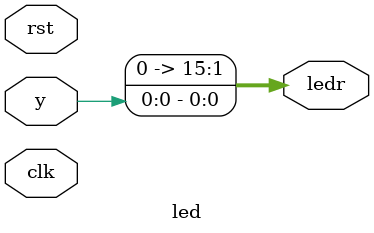
<source format=v>
module led(
  input clk,
  input rst,
  input y,
  output [15:0] ledr
);


  assign ledr = {15'b0, y};
endmodule

</source>
